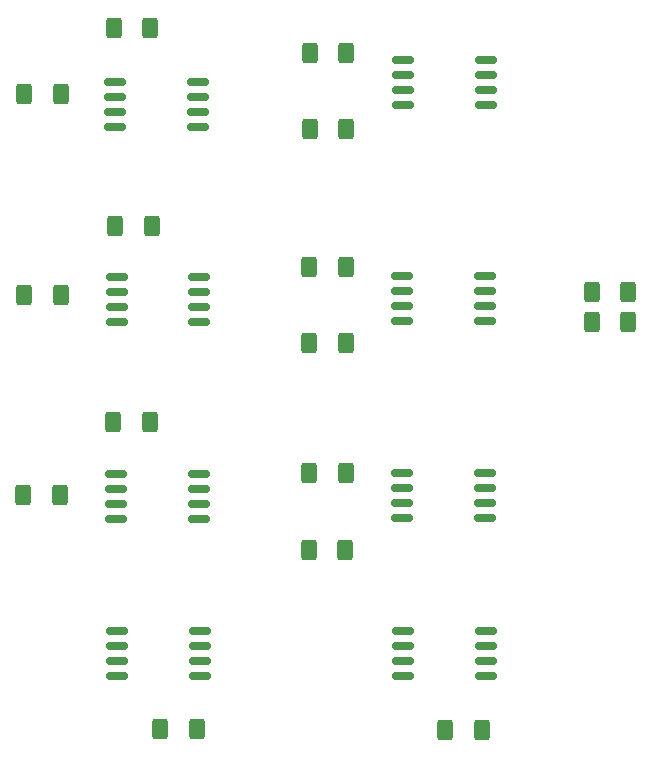
<source format=gtp>
G04 #@! TF.GenerationSoftware,KiCad,Pcbnew,8.0.3*
G04 #@! TF.CreationDate,2025-08-16T11:06:09+02:00*
G04 #@! TF.ProjectId,Pomiar_Filtrow_PCB,506f6d69-6172-45f4-9669-6c74726f775f,rev?*
G04 #@! TF.SameCoordinates,Original*
G04 #@! TF.FileFunction,Paste,Top*
G04 #@! TF.FilePolarity,Positive*
%FSLAX46Y46*%
G04 Gerber Fmt 4.6, Leading zero omitted, Abs format (unit mm)*
G04 Created by KiCad (PCBNEW 8.0.3) date 2025-08-16 11:06:09*
%MOMM*%
%LPD*%
G01*
G04 APERTURE LIST*
G04 Aperture macros list*
%AMRoundRect*
0 Rectangle with rounded corners*
0 $1 Rounding radius*
0 $2 $3 $4 $5 $6 $7 $8 $9 X,Y pos of 4 corners*
0 Add a 4 corners polygon primitive as box body*
4,1,4,$2,$3,$4,$5,$6,$7,$8,$9,$2,$3,0*
0 Add four circle primitives for the rounded corners*
1,1,$1+$1,$2,$3*
1,1,$1+$1,$4,$5*
1,1,$1+$1,$6,$7*
1,1,$1+$1,$8,$9*
0 Add four rect primitives between the rounded corners*
20,1,$1+$1,$2,$3,$4,$5,0*
20,1,$1+$1,$4,$5,$6,$7,0*
20,1,$1+$1,$6,$7,$8,$9,0*
20,1,$1+$1,$8,$9,$2,$3,0*%
G04 Aperture macros list end*
%ADD10RoundRect,0.150000X-0.800000X-0.150000X0.800000X-0.150000X0.800000X0.150000X-0.800000X0.150000X0*%
%ADD11RoundRect,0.250000X-0.400000X-0.625000X0.400000X-0.625000X0.400000X0.625000X-0.400000X0.625000X0*%
%ADD12RoundRect,0.250000X0.400000X0.625000X-0.400000X0.625000X-0.400000X-0.625000X0.400000X-0.625000X0*%
G04 APERTURE END LIST*
D10*
X99255000Y-123975000D03*
X99255000Y-125245000D03*
X99255000Y-126515000D03*
X99255000Y-127785000D03*
X106255000Y-127785000D03*
X106255000Y-126515000D03*
X106255000Y-125245000D03*
X106255000Y-123975000D03*
X123475000Y-123895000D03*
X123475000Y-125165000D03*
X123475000Y-126435000D03*
X123475000Y-127705000D03*
X130475000Y-127705000D03*
X130475000Y-126435000D03*
X130475000Y-125165000D03*
X130475000Y-123895000D03*
D11*
X139500000Y-111100000D03*
X142600000Y-111100000D03*
X127100000Y-145600000D03*
X130200000Y-145600000D03*
X115555000Y-130410000D03*
X118655000Y-130410000D03*
X91380000Y-125730000D03*
X94480000Y-125730000D03*
D12*
X102275000Y-102925000D03*
X99175000Y-102925000D03*
X102150000Y-86218885D03*
X99050000Y-86218885D03*
D11*
X103000000Y-145525000D03*
X106100000Y-145525000D03*
D12*
X102100000Y-119525000D03*
X99000000Y-119525000D03*
D11*
X115605000Y-123885000D03*
X118705000Y-123885000D03*
X139500000Y-108550000D03*
X142600000Y-108550000D03*
D10*
X99325000Y-137270000D03*
X99325000Y-138540000D03*
X99325000Y-139810000D03*
X99325000Y-141080000D03*
X106325000Y-141080000D03*
X106325000Y-139810000D03*
X106325000Y-138540000D03*
X106325000Y-137270000D03*
X123525000Y-137270000D03*
X123525000Y-138540000D03*
X123525000Y-139810000D03*
X123525000Y-141080000D03*
X130525000Y-141080000D03*
X130525000Y-139810000D03*
X130525000Y-138540000D03*
X130525000Y-137270000D03*
D11*
X91475000Y-108820000D03*
X94575000Y-108820000D03*
D10*
X99150000Y-90735000D03*
X99150000Y-92005000D03*
X99150000Y-93275000D03*
X99150000Y-94545000D03*
X106150000Y-94545000D03*
X106150000Y-93275000D03*
X106150000Y-92005000D03*
X106150000Y-90735000D03*
D11*
X91450000Y-91818885D03*
X94550000Y-91818885D03*
D10*
X123525000Y-88945000D03*
X123525000Y-90215000D03*
X123525000Y-91485000D03*
X123525000Y-92755000D03*
X130525000Y-92755000D03*
X130525000Y-91485000D03*
X130525000Y-90215000D03*
X130525000Y-88945000D03*
D11*
X115650000Y-94750000D03*
X118750000Y-94750000D03*
X115625000Y-88275000D03*
X118725000Y-88275000D03*
D10*
X99300000Y-107240000D03*
X99300000Y-108510000D03*
X99300000Y-109780000D03*
X99300000Y-111050000D03*
X106300000Y-111050000D03*
X106300000Y-109780000D03*
X106300000Y-108510000D03*
X106300000Y-107240000D03*
D11*
X115575000Y-112850000D03*
X118675000Y-112850000D03*
D10*
X123475000Y-107195000D03*
X123475000Y-108465000D03*
X123475000Y-109735000D03*
X123475000Y-111005000D03*
X130475000Y-111005000D03*
X130475000Y-109735000D03*
X130475000Y-108465000D03*
X130475000Y-107195000D03*
D11*
X115575000Y-106400000D03*
X118675000Y-106400000D03*
M02*

</source>
